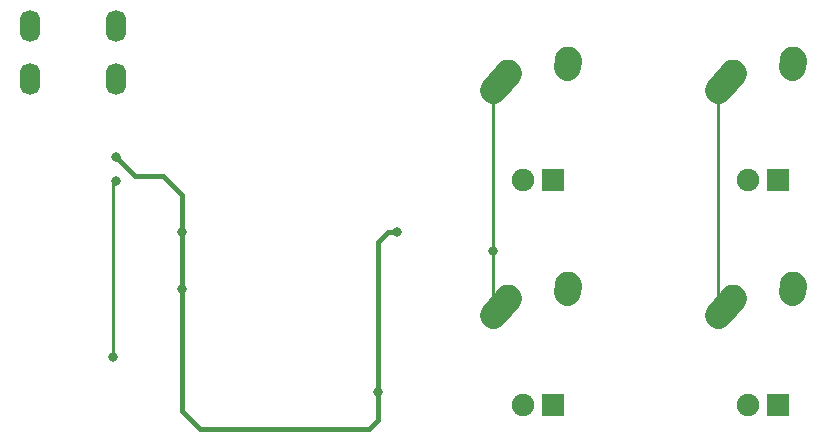
<source format=gtl>
G04 #@! TF.GenerationSoftware,KiCad,Pcbnew,5.0.1*
G04 #@! TF.CreationDate,2019-03-25T02:10:47+08:00*
G04 #@! TF.ProjectId,mykb,6D796B622E6B696361645F7063620000,rev?*
G04 #@! TF.SameCoordinates,Original*
G04 #@! TF.FileFunction,Copper,L1,Top,Signal*
G04 #@! TF.FilePolarity,Positive*
%FSLAX46Y46*%
G04 Gerber Fmt 4.6, Leading zero omitted, Abs format (unit mm)*
G04 Created by KiCad (PCBNEW 5.0.1) date 2019年03月25日 星期一 02时10分47秒*
%MOMM*%
%LPD*%
G01*
G04 APERTURE LIST*
G04 #@! TA.AperFunction,ComponentPad*
%ADD10R,1.905000X1.905000*%
G04 #@! TD*
G04 #@! TA.AperFunction,ComponentPad*
%ADD11C,1.905000*%
G04 #@! TD*
G04 #@! TA.AperFunction,ComponentPad*
%ADD12C,2.250000*%
G04 #@! TD*
G04 #@! TA.AperFunction,Conductor*
%ADD13C,2.250000*%
G04 #@! TD*
G04 #@! TA.AperFunction,ComponentPad*
%ADD14O,1.700000X2.700000*%
G04 #@! TD*
G04 #@! TA.AperFunction,ViaPad*
%ADD15C,0.800000*%
G04 #@! TD*
G04 #@! TA.AperFunction,Conductor*
%ADD16C,0.381000*%
G04 #@! TD*
G04 #@! TA.AperFunction,Conductor*
%ADD17C,0.254000*%
G04 #@! TD*
G04 APERTURE END LIST*
D10*
G04 #@! TO.P,MX1,4*
G04 #@! TO.N,Net-(MX1-Pad4)*
X111601250Y-79692500D03*
D11*
G04 #@! TO.P,MX1,3*
G04 #@! TO.N,Net-(MX1-Pad3)*
X109061250Y-79692500D03*
D12*
G04 #@! TO.P,MX1,1*
G04 #@! TO.N,COL0*
X107831250Y-70612500D03*
X107176251Y-71342500D03*
D13*
G04 #@! TD*
G04 #@! TO.N,COL0*
G04 #@! TO.C,MX1*
X106521250Y-72072500D02*
X107831252Y-70612500D01*
D12*
G04 #@! TO.P,MX1,2*
G04 #@! TO.N,Net-(D1-Pad2)*
X112871250Y-69532500D03*
X112851250Y-69822500D03*
D13*
G04 #@! TD*
G04 #@! TO.N,Net-(D1-Pad2)*
G04 #@! TO.C,MX1*
X112831250Y-70112500D02*
X112871250Y-69532500D01*
D12*
G04 #@! TO.P,MX2,2*
G04 #@! TO.N,Net-(D2-Pad2)*
X131901250Y-69822500D03*
D13*
G04 #@! TD*
G04 #@! TO.N,Net-(D2-Pad2)*
G04 #@! TO.C,MX2*
X131881250Y-70112500D02*
X131921250Y-69532500D01*
D12*
G04 #@! TO.P,MX2,2*
G04 #@! TO.N,Net-(D2-Pad2)*
X131921250Y-69532500D03*
G04 #@! TO.P,MX2,1*
G04 #@! TO.N,COL1*
X126226251Y-71342500D03*
D13*
G04 #@! TD*
G04 #@! TO.N,COL1*
G04 #@! TO.C,MX2*
X125571250Y-72072500D02*
X126881252Y-70612500D01*
D12*
G04 #@! TO.P,MX2,1*
G04 #@! TO.N,COL1*
X126881250Y-70612500D03*
D11*
G04 #@! TO.P,MX2,3*
G04 #@! TO.N,Net-(MX2-Pad3)*
X128111250Y-79692500D03*
D10*
G04 #@! TO.P,MX2,4*
G04 #@! TO.N,Net-(MX2-Pad4)*
X130651250Y-79692500D03*
G04 #@! TD*
G04 #@! TO.P,MX3,4*
G04 #@! TO.N,Net-(MX3-Pad4)*
X111601250Y-98742500D03*
D11*
G04 #@! TO.P,MX3,3*
G04 #@! TO.N,Net-(MX3-Pad3)*
X109061250Y-98742500D03*
D12*
G04 #@! TO.P,MX3,1*
G04 #@! TO.N,COL0*
X107831250Y-89662500D03*
X107176251Y-90392500D03*
D13*
G04 #@! TD*
G04 #@! TO.N,COL0*
G04 #@! TO.C,MX3*
X106521250Y-91122500D02*
X107831252Y-89662500D01*
D12*
G04 #@! TO.P,MX3,2*
G04 #@! TO.N,Net-(D3-Pad2)*
X112871250Y-88582500D03*
X112851250Y-88872500D03*
D13*
G04 #@! TD*
G04 #@! TO.N,Net-(D3-Pad2)*
G04 #@! TO.C,MX3*
X112831250Y-89162500D02*
X112871250Y-88582500D01*
D12*
G04 #@! TO.P,MX4,2*
G04 #@! TO.N,Net-(D4-Pad2)*
X131901250Y-88872500D03*
D13*
G04 #@! TD*
G04 #@! TO.N,Net-(D4-Pad2)*
G04 #@! TO.C,MX4*
X131881250Y-89162500D02*
X131921250Y-88582500D01*
D12*
G04 #@! TO.P,MX4,2*
G04 #@! TO.N,Net-(D4-Pad2)*
X131921250Y-88582500D03*
G04 #@! TO.P,MX4,1*
G04 #@! TO.N,COL1*
X126226251Y-90392500D03*
D13*
G04 #@! TD*
G04 #@! TO.N,COL1*
G04 #@! TO.C,MX4*
X125571250Y-91122500D02*
X126881252Y-89662500D01*
D12*
G04 #@! TO.P,MX4,1*
G04 #@! TO.N,COL1*
X126881250Y-89662500D03*
D11*
G04 #@! TO.P,MX4,3*
G04 #@! TO.N,Net-(MX4-Pad3)*
X128111250Y-98742500D03*
D10*
G04 #@! TO.P,MX4,4*
G04 #@! TO.N,Net-(MX4-Pad4)*
X130651250Y-98742500D03*
G04 #@! TD*
D14*
G04 #@! TO.P,USB1,6*
G04 #@! TO.N,VCC*
X67312500Y-71175000D03*
X74612500Y-71175000D03*
X74612500Y-66675000D03*
X67312500Y-66675000D03*
G04 #@! TD*
D15*
G04 #@! TO.N,+5V*
X80193750Y-88925000D03*
X74612500Y-77787500D03*
X80193750Y-84137500D03*
X96837500Y-97631250D03*
X98425000Y-84137500D03*
G04 #@! TO.N,COL0*
X106521250Y-85725000D03*
G04 #@! TO.N,Net-(R1-Pad2)*
X74343750Y-94725000D03*
X74612500Y-79804500D03*
G04 #@! TD*
D16*
G04 #@! TO.N,+5V*
X80193750Y-88925000D02*
X80193750Y-84137500D01*
X80193750Y-80987500D02*
X78581250Y-79375000D01*
X78581250Y-79375000D02*
X76200000Y-79375000D01*
X76200000Y-79375000D02*
X74612500Y-77787500D01*
X80193750Y-84137500D02*
X80193750Y-80987500D01*
X80193750Y-88925000D02*
X80193750Y-99243750D01*
X80193750Y-99243750D02*
X81756250Y-100806250D01*
X81756250Y-100806250D02*
X96043750Y-100806250D01*
X96837500Y-100012500D02*
X96837500Y-97631250D01*
X96043750Y-100806250D02*
X96837500Y-100012500D01*
X96837500Y-97631250D02*
X96837500Y-86518750D01*
X98425000Y-84137500D02*
X97631250Y-84137500D01*
X96837500Y-84931250D02*
X96837500Y-86518750D01*
X97631250Y-84137500D02*
X96837500Y-84931250D01*
D17*
G04 #@! TO.N,COL0*
X106521250Y-88352500D02*
X106521250Y-91122500D01*
X106521250Y-72072500D02*
X106521250Y-85725000D01*
X106521250Y-85725000D02*
X106521250Y-88352500D01*
G04 #@! TO.N,COL1*
X125571250Y-88352500D02*
X125571250Y-91122500D01*
X125571250Y-72072500D02*
X125571250Y-88352500D01*
G04 #@! TO.N,Net-(R1-Pad2)*
X74343750Y-80073250D02*
X74612500Y-79804500D01*
X74343750Y-94725000D02*
X74343750Y-80073250D01*
G04 #@! TD*
M02*

</source>
